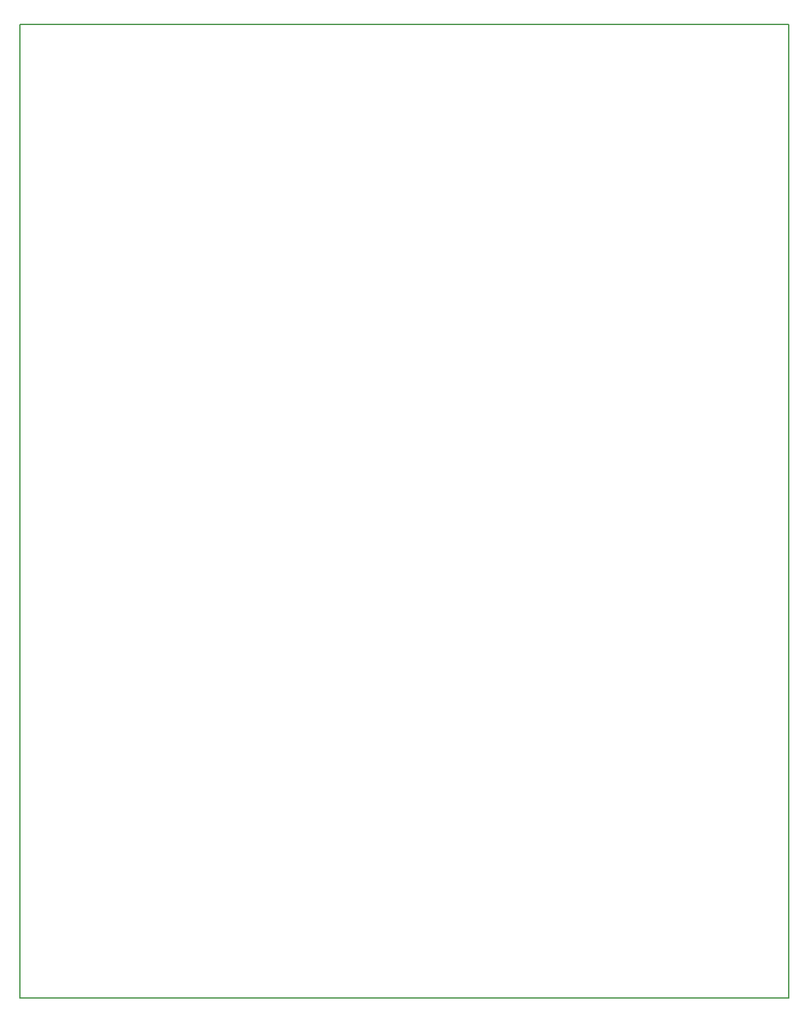
<source format=gbr>
G04 #@! TF.GenerationSoftware,KiCad,Pcbnew,6.0.6+dfsg-1~bpo11+1*
G04 #@! TF.CreationDate,2023-05-18T15:28:19+02:00*
G04 #@! TF.ProjectId,panelcopyforliningupwithjacks,70616e65-6c63-46f7-9079-666f726c696e,rev?*
G04 #@! TF.SameCoordinates,Original*
G04 #@! TF.FileFunction,Profile,NP*
%FSLAX46Y46*%
G04 Gerber Fmt 4.6, Leading zero omitted, Abs format (unit mm)*
G04 Created by KiCad (PCBNEW 6.0.6+dfsg-1~bpo11+1) date 2023-05-18 15:28:19*
%MOMM*%
%LPD*%
G01*
G04 APERTURE LIST*
G04 #@! TA.AperFunction,Profile*
%ADD10C,0.150000*%
G04 #@! TD*
G04 APERTURE END LIST*
D10*
X52120000Y-34050000D02*
X153450000Y-34050000D01*
X153450000Y-34050000D02*
X153450000Y-162470000D01*
X153450000Y-162470000D02*
X52120000Y-162470000D01*
X52120000Y-162470000D02*
X52120000Y-34050000D01*
M02*

</source>
